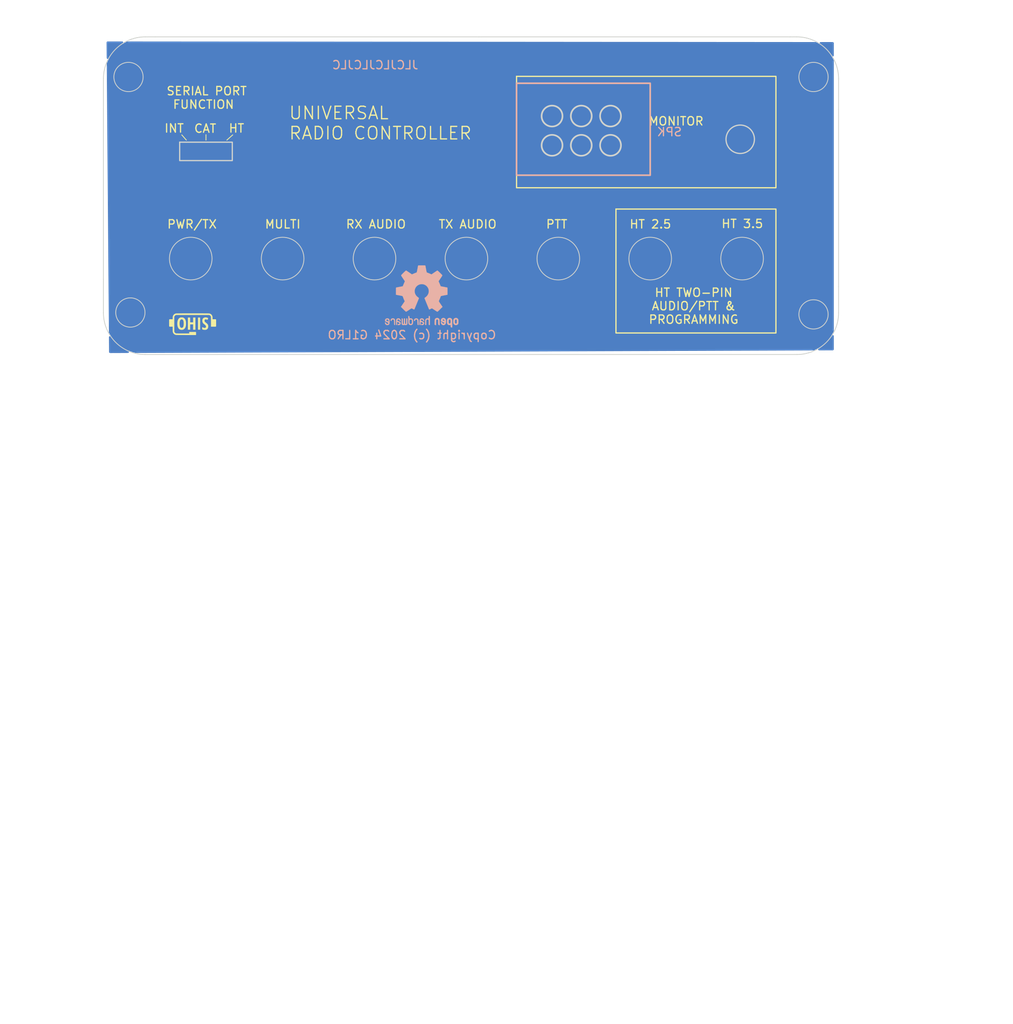
<source format=kicad_pcb>
(kicad_pcb (version 20221018) (generator pcbnew)
  (title_block (title "Universal Radio Controller Open Hardware Front Panel") (date "2024-01-03") (rev "1.0") (company "G1LRO") (comment 1 "MIT License") (comment 2 "Copyright (c) 2024 G1LRO") (comment 3 "Licence terms: https://github.com/G1LRO/universal-radio-controller/blob/main/LICENSE"))
  (layers (0 "F.Cu" signal) (31 "B.Cu" signal) (34 "B.Paste" user) (35 "F.Paste" user) (36 "B.SilkS" user "B.Silkscreen") (37 "F.SilkS" user "F.Silkscreen") (38 "B.Mask" user) (39 "F.Mask" user) (44 "Edge.Cuts" user))
  (net 0 "")
  (footprint "LOGO" (layer "F.Cu") (at 66.637757 91.550704)
    (fp_text reference "G***" hide)
    (fp_text value "LOGO" hide)
    (fp_poly (pts (xy 0.936405 0.00532) (xy 0.936405 0.734227) (xy 0.808714 0.734227) (xy 0.681022 0.734227) (xy 0.681022 0.00532) (xy 0.681022 -0.723587) (xy 0.808714 -0.723587) (xy 0.936405 -0.723587)) (fill solid) (layer "F.SilkS"))
    (fp_poly (pts (xy -0.255384 -0.43628) (xy -0.255384 -0.148974) (xy -0.079808 -0.148974) (xy 0.095768 -0.148974) (xy 0.095768 -0.43628) (xy 0.095768 -0.723587) (xy 0.234101 -0.723587) (xy 0.372434 -0.723587) (xy 0.372434 0.00532) (xy 0.372434 0.734227) (xy 0.234101 0.734227) (xy 0.095768 0.734227) (xy 0.095768 0.414997) (xy 0.095768 0.095768) (xy -0.079808 0.095768) (xy -0.255384 0.095768) (xy -0.255384 0.414997) (xy -0.255384 0.734227) (xy -0.393716 0.734227) (xy -0.532049 0.734227) (xy -0.532049 0.00532) (xy -0.532049 -0.723587) (xy -0.393716 -0.723587) (xy -0.255384 -0.723587)) (fill solid) (layer "F.SilkS"))
    (fp_poly (pts (xy 1.660268 -0.738552) (xy 1.75816 -0.716538) (xy 1.843338 -0.684387) (xy 1.874634 -0.668397) (xy 1.895418 -0.653985) (xy 1.901112 -0.644764) (xy 1.889905 -0.617047) (xy 1.874892 -0.580618) (xy 1.858126 -0.540363) (xy 1.841657 -0.501167) (xy 1.827537 -0.467918) (xy 1.817818 -0.445501) (xy 1.814579 -0.43864) (xy 1.804482 -0.441367) (xy 1.781196 -0.451501) (xy 1.758788 -0.462361) (xy 1.686 -0.492021) (xy 1.621437 -0.504553) (xy 1.566445 -0.500483) (xy 1.522371 -0.480335) (xy 1.490564 -0.444635) (xy 1.472369 -0.393908) (xy 1.468454 -0.349155) (xy 1.470299 -0.307898) (xy 1.477234 -0.272467) (xy 1.491355 -0.240063) (xy 1.514759 -0.207886) (xy 1.549544 -0.173134) (xy 1.597806 -0.133009) (xy 1.661642 -0.08471) (xy 1.672472 -0.076748) (xy 1.758477 -0.005965) (xy 1.82421 0.066283) (xy 1.870671 0.142111) (xy 1.898858 0.223632) (xy 1.909772 0.312959) (xy 1.904412 0.412205) (xy 1.904279 0.413261) (xy 1.883752 0.507623) (xy 1.848061 0.587462) (xy 1.797431 0.65244) (xy 1.73209 0.70222) (xy 1.70002 0.718646) (xy 1.665052 0.733043) (xy 1.632637 0.74237) (xy 1.595832 0.747922) (xy 1.547696 0.750991) (xy 1.521659 0.751873) (xy 1.448414 0.751588) (xy 1.383628 0.746708) (xy 1.344137 0.740155) (xy 1.299035 0.728116) (xy 1.253714 0.713208) (xy 1.229747 0.703716) (xy 1.181148 0.682218) (xy 1.181148 0.548474) (xy 1.181148 0.41473) (xy 1.255984 0.452417) (xy 1.342385 0.490019) (xy 1.419899 0.511875) (xy 1.487437 0.518257) (xy 1.543906 0.509436) (xy 1.588218 0.485683) (xy 1.619282 0.44727) (xy 1.636008 0.39447) (xy 1.638709 0.3571) (xy 1.633672 0.312952) (xy 1.617475 0.269871) (xy 1.588493 0.225789) (xy 1.545099 0.178639) (xy 1.485668 0.126355) (xy 1.412955 0.070106) (xy 1.351361 0.020873) (xy 1.304847 -0.025733) (xy 1.268773 -0.075093) (xy 1.238836 -0.13185) (xy 1.210936 -0.214835) (xy 1.19764 -0.305871) (xy 1.199033 -0.398587) (xy 1.215196 -0.48661) (xy 1.233559 -0.538054) (xy 1.275667 -0.608692) (xy 1.332016 -0.665073) (xy 1.400627 -0.706724) (xy 1.479524 -0.733171) (xy 1.56673 -0.743938)) (fill solid) (layer "F.SilkS"))
    (fp_poly (pts (xy -1.213529 -0.739237) (xy -1.171548 -0.737797) (xy -1.140459 -0.734464) (xy -1.11507 -0.728479) (xy -1.090189 -0.719078) (xy -1.070161 -0.709996) (xy -0.991259 -0.66463) (xy -0.925818 -0.607663) (xy -0.871401 -0.536349) (xy -0.825568 -0.447935) (xy -0.81489 -0.422143) (xy -0.792548 -0.360074) (xy -0.775856 -0.29892) (xy -0.76414 -0.234077) (xy -0.75672 -0.160941) (xy -0.75292 -0.074906) (xy -0.752032 0.00532) (xy -0.753894 0.11326) (xy -0.760227 0.204815) (xy -0.771833 0.284562) (xy -0.789515 0.357079) (xy -0.814075 0.426943) (xy -0.833932 0.472723) (xy -0.885662 0.561015) (xy -0.951163 0.634121) (xy -1.028357 0.691055) (xy -1.115167 0.73083) (xy -1.209513 0.752463) (xy -1.309318 0.754968) (xy -1.399288 0.740743) (xy -1.484062 0.711106) (xy -1.55862 0.664953) (xy -1.612747 0.615597) (xy -1.67419 0.536268) (xy -1.723649 0.440109) (xy -1.760839 0.328067) (xy -1.785473 0.201092) (xy -1.797267 0.060133) (xy -1.798325 0) (xy -1.796611 -0.038106) (xy -1.519469 -0.038106) (xy -1.518298 0.061775) (xy -1.510351 0.159481) (xy -1.495757 0.251063) (xy -1.474646 0.332574) (xy -1.447144 0.400065) (xy -1.427385 0.432527) (xy -1.389001 0.474502) (xy -1.345105 0.499045) (xy -1.290836 0.508345) (xy -1.259573 0.50803) (xy -1.215151 0.503199) (xy -1.182592 0.492408) (xy -1.156649 0.475848) (xy -1.114491 0.432069) (xy -1.080994 0.371323) (xy -1.055992 0.293002) (xy -1.039322 0.196496) (xy -1.030817 0.081195) (xy -1.029562 0.00532) (xy -1.032093 -0.105956) (xy -1.039694 -0.199199) (xy -1.052767 -0.27714) (xy -1.071712 -0.342509) (xy -1.085577 -0.375799) (xy -1.123246 -0.435538) (xy -1.169765 -0.477582) (xy -1.222101 -0.501894) (xy -1.277223 -0.508436) (xy -1.332098 -0.49717) (xy -1.383694 -0.468057) (xy -1.428979 -0.421059) (xy -1.453837 -0.380424) (xy -1.48105 -0.311321) (xy -1.500974 -0.228601) (xy -1.513738 -0.136214) (xy -1.519469 -0.038106) (xy -1.796611 -0.038106) (xy -1.791727 -0.146679) (xy -1.772105 -0.278874) (xy -1.739711 -0.396019) (xy -1.694798 -0.497548) (xy -1.637622 -0.582894) (xy -1.568435 -0.651491) (xy -1.487491 -0.702772) (xy -1.482448 -0.7052) (xy -1.451681 -0.719316) (xy -1.426189 -0.728918) (xy -1.40064 -0.734874) (xy -1.369703 -0.738052) (xy -1.328048 -0.73932) (xy -1.271596 -0.739548)) (fill solid) (layer "F.SilkS"))
    (fp_poly (pts (xy 0.16894 -1.224074) (xy 0.348307 -1.223969) (xy 0.52541 -1.22378) (xy 0.698942 -1.223505) (xy 0.867594 -1.223146) (xy 1.030059 -1.222701) (xy 1.185027 -1.222172) (xy 1.331192 -1.221558) (xy 1.467245 -1.220858) (xy 1.591877 -1.220074) (xy 1.703782 -1.219205) (xy 1.80165 -1.21825) (xy 1.884174 -1.217211) (xy 1.950045 -1.216087) (xy 1.997956 -1.214878) (xy 2.026599 -1.213584) (xy 2.033587 -1.212851) (xy 2.127052 -1.184942) (xy 2.212332 -1.139344) (xy 2.286306 -1.078337) (xy 2.34585 -1.004201) (xy 2.365362 -0.97055) (xy 2.389343 -0.919628) (xy 2.406388 -0.870088) (xy 2.417512 -0.816647) (xy 2.423728 -0.754022) (xy 2.42605 -0.676932) (xy 2.426141 -0.653896) (xy 2.426141 -0.521408) (xy 2.617679 -0.521408) (xy 2.686403 -0.52125) (xy 2.737076 -0.520562) (xy 2.772927 -0.51902) (xy 2.797187 -0.516302) (xy 2.813085 -0.512084) (xy 2.823852 -0.506044) (xy 2.830498 -0.500126) (xy 2.835944 -0.493945) (xy 2.840373 -0.485982) (xy 2.843889 -0.474137) (xy 2.846598 -0.456309) (xy 2.848605 -0.430398) (xy 2.850014 -0.394305) (xy 2.850931 -0.34593) (xy 2.851461 -0.283172) (xy 2.851708 -0.203932) (xy 2.851778 -0.106109) (xy 2.85178 -0.074487) (xy 2.851741 0.029024) (xy 2.851555 0.113354) (xy 2.851117 0.180602) (xy 2.850321 0.232868) (xy 2.849063 0.272253) (xy 2.847238 0.300855) (xy 2.84474 0.320776) (xy 2.841465 0.334114) (xy 2.837307 0.342972) (xy 2.832162 0.349447) (xy 2.830498 0.351152) (xy 2.823157 0.357512) (xy 2.813681 0.362462) (xy 2.799526 0.366179) (xy 2.778143 0.368839) (xy 2.746988 0.370617) (xy 2.703514 0.371688) (xy 2.645173 0.37223) (xy 2.569421 0.372418) (xy 2.522328 0.372434) (xy 2.235439 0.372434) (xy 2.232361 -0.226121) (xy 2.231666 -0.354629) (xy 2.230966 -0.463595) (xy 2.2302 -0.554756) (xy 2.229303 -0.629852) (xy 2.228214 -0.690622) (xy 2.22687 -0.738804) (xy 2.225207 -0.776138) (xy 2.223164 -0.804361) (xy 2.220677 -0.825214) (xy 2.217683 -0.840435) (xy 2.21412 -0.851763) (xy 2.209924 -0.860937) (xy 2.209405 -0.861919) (xy 2.175485 -0.91714) (xy 2.138736 -0.957744) (xy 2.093126 -0.990153) (xy 2.084249 -0.995204) (xy 2.027105 -1.026854) (xy 0.037243 -1.026854) (xy -1.952619 -1.026854) (xy -1.996613 -1.003323) (xy -2.062453 -0.95652) (xy -2.11548 -0.894967) (xy -2.131266 -0.86867) (xy -2.154797 -0.824676) (xy -2.154797 0.074486) (xy -2.154797 0.973648) (xy -2.121979 1.032174) (xy -2.080139 1.088108) (xy -2.025187 1.134309) (xy -1.963588 1.165617) (xy -1.949185 1.170161) (xy -1.930029 1.172435) (xy -1.890232 1.174465) (xy -1.830429 1.17624) (xy -1.751261 1.177753) (xy -1.653364 1.178995) (xy -1.537377 1.179957) (xy -1.403938 1.18063) (xy -1.253685 1.181006) (xy -1.141245 1.181088) (xy -0.372434 1.181147) (xy -0.372434 1.090699) (xy -0.372434 1.000251) (xy 0.035848 1.000251) (xy 0.444131 1.000251) (xy 0.449227 1.114641) (xy 0.450928 1.171534) (xy 0.45128 1.229605) (xy 0.450283 1.280019) (xy 0.449192 1.300858) (xy 0.444061 1.372685) (xy -0.743638 1.37178) (xy -0.939367 1.371577) (xy -1.114785 1.371274) (xy -1.270864 1.370861) (xy -1.408575 1.370326) (xy -1.528889 1.369658) (xy -1.632776 1.368846) (xy -1.721209 1.367879) (xy -1.795159 1.366746) (xy -1.855596 1.365436) (xy -1.903491 1.363937) (xy -1.939817 1.362238) (xy -1.965544 1.360328) (xy -1.981643 1.358197) (xy -1.984542 1.357563) (xy -2.076556 1.324209) (xy -2.158902 1.273852) (xy -2.229246 1.208939) (xy -2.285252 1.131918) (xy -2.324583 1.045237) (xy -2.340079 0.984995) (xy -2.34331 0.956603) (xy -2.346186 0.910609) (xy -2.348581 0.850693) (xy -2.350368 0.780533) (xy -2.351422 0.703808) (xy -2.351655 0.647145) (xy -2.351655 0.372434) (xy -2.543193 0.372434) (xy -2.611917 0.372276) (xy -2.662589 0.371588) (xy -2.698441 0.370046) (xy -2.722701 0.367327) (xy -2.738599 0.36311) (xy -2.749365 0.357069) (xy -2.756012 0.351152) (xy -2.761458 0.344971) (xy -2.765887 0.337008) (xy -2.769403 0.325162) (xy -2.772112 0.307334) (xy -2.774119 0.281424) (xy -2.775528 0.245331) (xy -2.776445 0.196956) (xy -2.776975 0.134198) (xy -2.777222 0.054957) (xy -2.777292 -0.042865) (xy -2.777294 -0.074487) (xy -2.777255 -0.177999) (xy -2.777069 -0.262329) (xy -2.776631 -0.329577) (xy -2.775835 -0.381843) (xy -2.774577 -0.421227) (xy -2.772752 -0.449829) (xy -2.770254 -0.46975) (xy -2.766979 -0.483089) (xy -2.762821 -0.491946) (xy -2.757676 -0.498421) (xy -2.756012 -0.500126) (xy -2.746975 -0.507745) (xy -2.735227 -0.513298) (xy -2.717538 -0.517111) (xy -2.690679 -0.519504) (xy -2.65142 -0.520802) (xy -2.596532 -0.521327) (xy -2.543193 -0.521408) (xy -2.351655 -0.521408) (xy -2.351655 -0.647647) (xy -2.35021 -0.729126) (xy -2.345203 -0.794936) (xy -2.335623 -0.850535) (xy -2.32046 -0.901382) (xy -2.298706 -0.952936) (xy -2.292974 -0.964835) (xy -2.243023 -1.043206) (xy -2.176972 -1.110166) (xy -2.097976 -1.163373) (xy -2.009186 -1.200484) (xy -1.959101 -1.212851) (xy -1.941389 -1.214191) (xy -1.903703 -1.215446) (xy -1.847351 -1.216616) (xy -1.773642 -1.217701) (xy -1.683884 -1.218701) (xy -1.579384 -1.219616) (xy -1.46145 -1.220446) (xy -1.331392 -1.221191) (xy -1.190516 -1.221851) (xy -1.040131 -1.222426) (xy -0.881545 -1.222917) (xy -0.716066 -1.223322) (xy -0.545003 -1.223642) (xy -0.369662 -1.223878) (xy -0.191353 -1.224028) (xy -0.011383 -1.224093)) (fill solid) (layer "F.SilkS"))
  )
  (footprint "Symbol:OSHW-Logo2_9.8x8mm_SilkScreen" (layer "B.Cu") (at 94.1 88.3 180)
    (fp_text reference "REF**" hide)
    (fp_text value "OSHW-Logo2_9.8x8mm_SilkScreen" hide)
    (fp_poly (pts (xy 3.570807 -2.636782) (xy 3.594161 -2.646988) (xy 3.649902 -2.691134) (xy 3.697569 -2.754967) (xy 3.727048 -2.823087) (xy 3.731846 -2.85667) (xy 3.71576 -2.903556) (xy 3.680475 -2.928365) (xy 3.642644 -2.943387) (xy 3.625321 -2.946155) (xy 3.616886 -2.926066) (xy 3.60023 -2.882351) (xy 3.592923 -2.862598) (xy 3.551948 -2.794271) (xy 3.492622 -2.760191) (xy 3.416552 -2.761239) (xy 3.410918 -2.762581) (xy 3.370305 -2.781836) (xy 3.340448 -2.819375) (xy 3.320055 -2.879809) (xy 3.307836 -2.967751) (xy 3.3025 -3.087813) (xy 3.302 -3.151698) (xy 3.301752 -3.252403) (xy 3.300126 -3.321054) (xy 3.295801 -3.364673) (xy 3.287454 -3.390282) (xy 3.273765 -3.404903) (xy 3.253411 -3.415558) (xy 3.252234 -3.416095) (xy 3.213038 -3.432667) (xy 3.193619 -3.438769) (xy 3.190635 -3.420319) (xy 3.188081 -3.369323) (xy 3.18614 -3.292308) (xy 3.184997 -3.195805) (xy 3.184769 -3.125184) (xy 3.185932 -2.988525) (xy 3.190479 -2.884851) (xy 3.199999 -2.808108) (xy 3.216081 -2.752246) (xy 3.240313 -2.711212) (xy 3.274286 -2.678954) (xy 3.307833 -2.65644) (xy 3.388499 -2.626476) (xy 3.482381 -2.619718) (xy 3.570807 -2.636782)) (stroke (width 0.01)) (fill solid) (layer "B.SilkS"))
    (fp_poly (pts (xy -1.728336 -2.595089) (xy -1.665633 -2.631358) (xy -1.622039 -2.667358) (xy -1.590155 -2.705075) (xy -1.56819 -2.751199) (xy -1.554351 -2.812421) (xy -1.546847 -2.895431) (xy -1.543883 -3.006919) (xy -1.543539 -3.087062) (xy -1.543539 -3.382065) (xy -1.709615 -3.456515) (xy -1.719385 -3.133402) (xy -1.723421 -3.012729) (xy -1.727656 -2.925141) (xy -1.732903 -2.86465) (xy -1.739975 -2.825268) (xy -1.749689 -2.801007) (xy -1.762856 -2.78588) (xy -1.767081 -2.782606) (xy -1.831091 -2.757034) (xy -1.895792 -2.767153) (xy -1.934308 -2.794) (xy -1.949975 -2.813024) (xy -1.96082 -2.837988) (xy -1.967712 -2.875834) (xy -1.971521 -2.933502) (xy -1.973117 -3.017935) (xy -1.973385 -3.105928) (xy -1.973437 -3.216323) (xy -1.975328 -3.294463) (xy -1.981655 -3.347165) (xy -1.995017 -3.381242) (xy -2.018015 -3.403511) (xy -2.053246 -3.420787) (xy -2.100303 -3.438738) (xy -2.151697 -3.458278) (xy -2.145579 -3.111485) (xy -2.143116 -2.986468) (xy -2.140233 -2.894082) (xy -2.136102 -2.827881) (xy -2.129893 -2.78142) (xy -2.120774 -2.748256) (xy -2.107917 -2.721944) (xy -2.092416 -2.698729) (xy -2.017629 -2.624569) (xy -1.926372 -2.581684) (xy -1.827117 -2.571412) (xy -1.728336 -2.595089)) (stroke (width 0.01)) (fill solid) (layer "B.SilkS"))
    (fp_poly (pts (xy 0.713362 -2.62467) (xy 0.802117 -2.657421) (xy 0.874022 -2.71535) (xy 0.902144 -2.756128) (xy 0.932802 -2.830954) (xy 0.932165 -2.885058) (xy 0.899987 -2.921446) (xy 0.888081 -2.927633) (xy 0.836675 -2.946925) (xy 0.810422 -2.941982) (xy 0.80153 -2.909587) (xy 0.801077 -2.891692) (xy 0.784797 -2.825859) (xy 0.742365 -2.779807) (xy 0.683388 -2.757564) (xy 0.617475 -2.763161) (xy 0.563895 -2.792229) (xy 0.545798 -2.80881) (xy 0.532971 -2.828925) (xy 0.524306 -2.859332) (xy 0.518696 -2.906788) (xy 0.515035 -2.97805) (xy 0.512215 -3.079875) (xy 0.511484 -3.112115) (xy 0.50882 -3.22241) (xy 0.505792 -3.300036) (xy 0.50125 -3.351396) (xy 0.494046 -3.38289) (xy 0.483033 -3.40092) (xy 0.46706 -3.411888) (xy 0.456834 -3.416733) (xy 0.413406 -3.433301) (xy 0.387842 -3.438769) (xy 0.379395 -3.420507) (xy 0.374239 -3.365296) (xy 0.372346 -3.272499) (xy 0.373689 -3.141478) (xy 0.374107 -3.121269) (xy 0.377058 -3.001733) (xy 0.380548 -2.914449) (xy 0.385514 -2.852591) (xy 0.392893 -2.809336) (xy 0.403624 -2.77786) (xy 0.418645 -2.751339) (xy 0.426502 -2.739975) (xy 0.471553 -2.689692) (xy 0.52194 -2.650581) (xy 0.528108 -2.647167) (xy 0.618458 -2.620212) (xy 0.713362 -2.62467)) (stroke (width 0.01)) (fill solid) (layer "B.SilkS"))
    (fp_poly (pts (xy -0.840154 -2.49212) (xy -0.834428 -2.57198) (xy -0.827851 -2.619039) (xy -0.818738 -2.639566) (xy -0.805402 -2.639829) (xy -0.801077 -2.637378) (xy -0.743556 -2.619636) (xy -0.668732 -2.620672) (xy -0.592661 -2.63891) (xy -0.545082 -2.662505) (xy -0.496298 -2.700198) (xy -0.460636 -2.742855) (xy -0.436155 -2.797057) (xy -0.420913 -2.869384) (xy -0.41297 -2.966419) (xy -0.410384 -3.094742) (xy -0.410338 -3.119358) (xy -0.410308 -3.39587) (xy -0.471839 -3.41732) (xy -0.515541 -3.431912) (xy -0.539518 -3.438706) (xy -0.540223 -3.438769) (xy -0.542585 -3.420345) (xy -0.544594 -3.369526) (xy -0.546099 -3.292993) (xy -0.546947 -3.19743) (xy -0.547077 -3.139329) (xy -0.547349 -3.024771) (xy -0.548748 -2.942667) (xy -0.552151 -2.886393) (xy -0.558433 -2.849326) (xy -0.568471 -2.824844) (xy -0.583139 -2.806325) (xy -0.592298 -2.797406) (xy -0.655211 -2.761466) (xy -0.723864 -2.758775) (xy -0.786152 -2.78917) (xy -0.797671 -2.800144) (xy -0.814567 -2.820779) (xy -0.826286 -2.845256) (xy -0.833767 -2.880647) (xy -0.837946 -2.934026) (xy -0.839763 -3.012466) (xy -0.840154 -3.120617) (xy -0.840154 -3.39587) (xy -0.901685 -3.41732) (xy -0.945387 -3.431912) (xy -0.969364 -3.438706) (xy -0.97007 -3.438769) (xy -0.971874 -3.420069) (xy -0.9735 -3.367322) (xy -0.974883 -3.285557) (xy -0.975958 -3.179805) (xy -0.97666 -3.055094) (xy -0.976923 -2.916455) (xy -0.976923 -2.381806) (xy -0.849923 -2.328236) (xy -0.840154 -2.49212)) (stroke (width 0.01)) (fill solid) (layer "B.SilkS"))
    (fp_poly (pts (xy 2.395929 -2.636662) (xy 2.398911 -2.688068) (xy 2.401247 -2.766192) (xy 2.402749 -2.864857) (xy 2.403231 -2.968343) (xy 2.403231 -3.318533) (xy 2.341401 -3.380363) (xy 2.298793 -3.418462) (xy 2.26139 -3.433895) (xy 2.21027 -3.432918) (xy 2.189978 -3.430433) (xy 2.126554 -3.4232) (xy 2.074095 -3.419055) (xy 2.061308 -3.418672) (xy 2.018199 -3.421176) (xy 1.956544 -3.427462) (xy 1.932638 -3.430433) (xy 1.873922 -3.435028) (xy 1.834464 -3.425046) (xy 1.795338 -3.394228) (xy 1.781215 -3.380363) (xy 1.719385 -3.318533) (xy 1.719385 -2.663503) (xy 1.76915 -2.640829) (xy 1.812002 -2.624034) (xy 1.837073 -2.618154) (xy 1.843501 -2.636736) (xy 1.849509 -2.688655) (xy 1.854697 -2.768172) (xy 1.858664 -2.869546) (xy 1.860577 -2.955192) (xy 1.865923 -3.292231) (xy 1.91256 -3.298825) (xy 1.954976 -3.294214) (xy 1.97576 -3.279287) (xy 1.98157 -3.251377) (xy 1.98653 -3.191925) (xy 1.990246 -3.108466) (xy 1.992324 -3.008532) (xy 1.992624 -2.957104) (xy 1.992923 -2.661054) (xy 2.054454 -2.639604) (xy 2.098004 -2.62502) (xy 2.121694 -2.618219) (xy 2.122377 -2.618154) (xy 2.124754 -2.636642) (xy 2.127366 -2.687906) (xy 2.129995 -2.765649) (xy 2.132421 -2.863574) (xy 2.134115 -2.955192) (xy 2.139461 -3.292231) (xy 2.256692 -3.292231) (xy 2.262072 -2.984746) (xy 2.267451 -2.677261) (xy 2.324601 -2.647707) (xy 2.366797 -2.627413) (xy 2.39177 -2.618204) (xy 2.392491 -2.618154) (xy 2.395929 -2.636662)) (stroke (width 0.01)) (fill solid) (layer "B.SilkS"))
    (fp_poly (pts (xy -3.983114 -2.587256) (xy -3.891536 -2.635409) (xy -3.823951 -2.712905) (xy -3.799943 -2.762727) (xy -3.781262 -2.837533) (xy -3.771699 -2.932052) (xy -3.770792 -3.03521) (xy -3.778079 -3.135935) (xy -3.793097 -3.223153) (xy -3.815385 -3.285791) (xy -3.822235 -3.296579) (xy -3.903368 -3.377105) (xy -3.999734 -3.425336) (xy -4.104299 -3.43945) (xy -4.210032 -3.417629) (xy -4.239457 -3.404547) (xy -4.296759 -3.364231) (xy -4.34705 -3.310775) (xy -4.351803 -3.303995) (xy -4.371122 -3.271321) (xy -4.383892 -3.236394) (xy -4.391436 -3.190414) (xy -4.395076 -3.124584) (xy -4.396135 -3.030105) (xy -4.396154 -3.008923) (xy -4.396106 -3.002182) (xy -4.200769 -3.002182) (xy -4.199632 -3.091349) (xy -4.195159 -3.15052) (xy -4.185754 -3.188741) (xy -4.169824 -3.215053) (xy -4.161692 -3.223846) (xy -4.114942 -3.257261) (xy -4.069553 -3.255737) (xy -4.02366 -3.226752) (xy -3.996288 -3.195809) (xy -3.980077 -3.150643) (xy -3.970974 -3.07942) (xy -3.970349 -3.071114) (xy -3.968796 -2.942037) (xy -3.985035 -2.846172) (xy -4.018848 -2.784107) (xy -4.070016 -2.756432) (xy -4.08828 -2.754923) (xy -4.13624 -2.762513) (xy -4.169047 -2.788808) (xy -4.189105 -2.839095) (xy -4.198822 -2.918664) (xy -4.200769 -3.002182) (xy -4.396106 -3.002182) (xy -4.395426 -2.908249) (xy -4.392371 -2.837906) (xy -4.385678 -2.789163) (xy -4.37404 -2.753288) (xy -4.356147 -2.721548) (xy -4.352192 -2.715648) (xy -4.285733 -2.636104) (xy -4.213315 -2.589929) (xy -4.125151 -2.571599) (xy -4.095213 -2.570703) (xy -3.983114 -2.587256)) (stroke (width 0.01)) (fill solid) (layer "B.SilkS"))
    (fp_poly (pts (xy 4.245224 -2.647838) (xy 4.322528 -2.698361) (xy 4.359814 -2.74359) (xy 4.389353 -2.825663) (xy 4.391699 -2.890607) (xy 4.386385 -2.977445) (xy 4.186115 -3.065103) (xy 4.088739 -3.109887) (xy 4.025113 -3.145913) (xy 3.992029 -3.177117) (xy 3.98628 -3.207436) (xy 4.004658 -3.240805) (xy 4.024923 -3.262923) (xy 4.083889 -3.298393) (xy 4.148024 -3.300879) (xy 4.206926 -3.273235) (xy 4.250197 -3.21832) (xy 4.257936 -3.198928) (xy 4.295006 -3.138364) (xy 4.337654 -3.112552) (xy 4.396154 -3.090471) (xy 4.396154 -3.174184) (xy 4.390982 -3.23115) (xy 4.370723 -3.279189) (xy 4.328262 -3.334346) (xy 4.321951 -3.341514) (xy 4.27472 -3.390585) (xy 4.234121 -3.41692) (xy 4.183328 -3.429035) (xy 4.14122 -3.433003) (xy 4.065902 -3.433991) (xy 4.012286 -3.421466) (xy 3.978838 -3.402869) (xy 3.926268 -3.361975) (xy 3.889879 -3.317748) (xy 3.86685 -3.262126) (xy 3.854359 -3.187047) (xy 3.849587 -3.084449) (xy 3.849206 -3.032376) (xy 3.850501 -2.969948) (xy 3.968471 -2.969948) (xy 3.969839 -3.003438) (xy 3.973249 -3.008923) (xy 3.995753 -3.001472) (xy 4.044182 -2.981753) (xy 4.108908 -2.953718) (xy 4.122443 -2.947692) (xy 4.204244 -2.906096) (xy 4.249312 -2.869538) (xy 4.259217 -2.835296) (xy 4.235526 -2.800648) (xy 4.21596 -2.785339) (xy 4.14536 -2.754721) (xy 4.07928 -2.75978) (xy 4.023959 -2.797151) (xy 3.985636 -2.863473) (xy 3.973349 -2.916116) (xy 3.968471 -2.969948) (xy 3.850501 -2.969948) (xy 3.85173 -2.91072) (xy 3.861032 -2.82071) (xy 3.87946 -2.755167) (xy 3.90936 -2.706912) (xy 3.95308 -2.668767) (xy 3.972141 -2.65644) (xy 4.058726 -2.624336) (xy 4.153522 -2.622316) (xy 4.245224 -2.647838)) (stroke (width 0.01)) (fill solid) (layer "B.SilkS"))
    (fp_poly (pts (xy 1.602081 -2.780289) (xy 1.601833 -2.92632) (xy 1.600872 -3.038655) (xy 1.598794 -3.122678) (xy 1.595193 -3.183769) (xy 1.589665 -3.227309) (xy 1.581804 -3.258679) (xy 1.571207 -3.283262) (xy 1.563182 -3.297294) (xy 1.496728 -3.373388) (xy 1.41247 -3.421084) (xy 1.319249 -3.438199) (xy 1.2259 -3.422546) (xy 1.170312 -3.394418) (xy 1.111957 -3.34576) (xy 1.072186 -3.286333) (xy 1.04819 -3.208507) (xy 1.037161 -3.104652) (xy 1.035599 -3.028462) (xy 1.035809 -3.022986) (xy 1.172308 -3.022986) (xy 1.173141 -3.110355) (xy 1.176961 -3.168192) (xy 1.185746 -3.206029) (xy 1.201474 -3.233398) (xy 1.220266 -3.254042) (xy 1.283375 -3.29389) (xy 1.351137 -3.297295) (xy 1.415179 -3.264025) (xy 1.420164 -3.259517) (xy 1.441439 -3.236067) (xy 1.454779 -3.208166) (xy 1.462001 -3.166641) (xy 1.464923 -3.102316) (xy 1.465385 -3.0312) (xy 1.464383 -2.941858) (xy 1.460238 -2.882258) (xy 1.451236 -2.843089) (xy 1.435667 -2.81504) (xy 1.422902 -2.800144) (xy 1.3636 -2.762575) (xy 1.295301 -2.758057) (xy 1.23011 -2.786753) (xy 1.217528 -2.797406) (xy 1.196111 -2.821063) (xy 1.182744 -2.849251) (xy 1.175566 -2.891245) (xy 1.172719 -2.956319) (xy 1.172308 -3.022986) (xy 1.035809 -3.022986) (xy 1.040322 -2.905765) (xy 1.056362 -2.813577) (xy 1.086528 -2.744269) (xy 1.133629 -2.690211) (xy 1.170312 -2.662505) (xy 1.23699 -2.632572) (xy 1.314272 -2.618678) (xy 1.38611 -2.622397) (xy 1.426308 -2.6374) (xy 1.442082 -2.64167) (xy 1.45255 -2.62575) (xy 1.459856 -2.583089) (xy 1.465385 -2.518106) (xy 1.471437 -2.445732) (xy 1.479844 -2.402187) (xy 1.495141 -2.377287) (xy 1.521864 -2.360845) (xy 1.538654 -2.353564) (xy 1.602154 -2.326963) (xy 1.602081 -2.780289)) (stroke (width 0.01)) (fill solid) (layer "B.SilkS"))
    (fp_poly (pts (xy -2.465746 -2.599745) (xy -2.388714 -2.651567) (xy -2.329184 -2.726412) (xy -2.293622 -2.821654) (xy -2.286429 -2.891756) (xy -2.287246 -2.921009) (xy -2.294086 -2.943407) (xy -2.312888 -2.963474) (xy -2.349592 -2.985733) (xy -2.410138 -3.014709) (xy -2.500466 -3.054927) (xy -2.500923 -3.055129) (xy -2.584067 -3.09321) (xy -2.652247 -3.127025) (xy -2.698495 -3.152933) (xy -2.715842 -3.167295) (xy -2.715846 -3.167411) (xy -2.700557 -3.198685) (xy -2.664804 -3.233157) (xy -2.623758 -3.25799) (xy -2.602963 -3.262923) (xy -2.54623 -3.245862) (xy -2.497373 -3.203133) (xy -2.473535 -3.156155) (xy -2.450603 -3.121522) (xy -2.405682 -3.082081) (xy -2.352877 -3.048009) (xy -2.30629 -3.02948) (xy -2.296548 -3.028462) (xy -2.285582 -3.045215) (xy -2.284921 -3.088039) (xy -2.29298 -3.145781) (xy -2.308173 -3.207289) (xy -2.328914 -3.261409) (xy -2.329962 -3.26351) (xy -2.392379 -3.35066) (xy -2.473274 -3.409939) (xy -2.565144 -3.439034) (xy -2.660487 -3.435634) (xy -2.751802 -3.397428) (xy -2.755862 -3.394741) (xy -2.827694 -3.329642) (xy -2.874927 -3.244705) (xy -2.901066 -3.133021) (xy -2.904574 -3.101643) (xy -2.910787 -2.953536) (xy -2.903339 -2.884468) (xy -2.715846 -2.884468) (xy -2.71341 -2.927552) (xy -2.700086 -2.940126) (xy -2.666868 -2.930719) (xy -2.614506 -2.908483) (xy -2.555976 -2.88061) (xy -2.554521 -2.879872) (xy -2.504911 -2.853777) (xy -2.485 -2.836363) (xy -2.48991 -2.818107) (xy -2.510584 -2.79412) (xy -2.563181 -2.759406) (xy -2.619823 -2.756856) (xy -2.670631 -2.782119) (xy -2.705724 -2.830847) (xy -2.715846 -2.884468) (xy -2.903339 -2.884468) (xy -2.898008 -2.835036) (xy -2.865222 -2.741055) (xy -2.819579 -2.675215) (xy -2.737198 -2.608681) (xy -2.646454 -2.575676) (xy -2.553815 -2.573573) (xy -2.465746 -2.599745)) (stroke (width 0.01)) (fill solid) (layer "B.SilkS"))
    (fp_poly (pts (xy 0.053501 -2.626303) (xy 0.13006 -2.654733) (xy 0.130936 -2.655279) (xy 0.178285 -2.690127) (xy 0.213241 -2.730852) (xy 0.237825 -2.783925) (xy 0.254062 -2.855814) (xy 0.263975 -2.952992) (xy 0.269586 -3.081928) (xy 0.270077 -3.100298) (xy 0.277141 -3.377287) (xy 0.217695 -3.408028) (xy 0.174681 -3.428802) (xy 0.14871 -3.438646) (xy 0.147509 -3.438769) (xy 0.143014 -3.420606) (xy 0.139444 -3.371612) (xy 0.137248 -3.300031) (xy 0.136769 -3.242068) (xy 0.136758 -3.14817) (xy 0.132466 -3.089203) (xy 0.117503 -3.061079) (xy 0.085482 -3.059706) (xy 0.030014 -3.080998) (xy -0.053731 -3.120136) (xy -0.115311 -3.152643) (xy -0.146983 -3.180845) (xy -0.156294 -3.211582) (xy -0.156308 -3.213104) (xy -0.140943 -3.266054) (xy -0.095453 -3.29466) (xy -0.025834 -3.298803) (xy 0.024313 -3.298084) (xy 0.050754 -3.312527) (xy 0.067243 -3.347218) (xy 0.076733 -3.391416) (xy 0.063057 -3.416493) (xy 0.057907 -3.420082) (xy 0.009425 -3.434496) (xy -0.058469 -3.436537) (xy -0.128388 -3.426983) (xy -0.177932 -3.409522) (xy -0.24643 -3.351364) (xy -0.285366 -3.270408) (xy -0.293077 -3.20716) (xy -0.287193 -3.150111) (xy -0.265899 -3.103542) (xy -0.223735 -3.062181) (xy -0.155241 -3.020755) (xy -0.054956 -2.973993) (xy -0.048846 -2.97135) (xy 0.04149 -2.929617) (xy 0.097235 -2.895391) (xy 0.121129 -2.864635) (xy 0.115913 -2.833311) (xy 0.084328 -2.797383) (xy 0.074883 -2.789116) (xy 0.011617 -2.757058) (xy -0.053936 -2.758407) (xy -0.111028 -2.789838) (xy -0.148907 -2.848024) (xy -0.152426 -2.859446) (xy -0.1867 -2.914837) (xy -0.230191 -2.941518) (xy -0.293077 -2.96796) (xy -0.293077 -2.899548) (xy -0.273948 -2.80011) (xy -0.217169 -2.708902) (xy -0.187622 -2.678389) (xy -0.120458 -2.639228) (xy -0.035044 -2.6215) (xy 0.053501 -2.626303)) (stroke (width 0.01)) (fill solid) (layer "B.SilkS"))
    (fp_poly (pts (xy -3.231114 -2.584505) (xy -3.156461 -2.621727) (xy -3.090569 -2.690261) (xy -3.072423 -2.715648) (xy -3.052655 -2.748866) (xy -3.039828 -2.784945) (xy -3.03249 -2.833098) (xy -3.029187 -2.902536) (xy -3.028462 -2.994206) (xy -3.031737 -3.11983) (xy -3.043123 -3.214154) (xy -3.064959 -3.284523) (xy -3.099581 -3.338286) (xy -3.14933 -3.382788) (xy -3.152986 -3.385423) (xy -3.202015 -3.412377) (xy -3.261055 -3.425712) (xy -3.336141 -3.429) (xy -3.458205 -3.429) (xy -3.458256 -3.547497) (xy -3.459392 -3.613492) (xy -3.466314 -3.652202) (xy -3.484402 -3.675419) (xy -3.519038 -3.694933) (xy -3.527355 -3.69892) (xy -3.56628 -3.717603) (xy -3.596417 -3.729403) (xy -3.618826 -3.730422) (xy -3.634567 -3.716761) (xy -3.644698 -3.684522) (xy -3.650277 -3.629804) (xy -3.652365 -3.548711) (xy -3.652019 -3.437344) (xy -3.6503 -3.291802) (xy -3.649763 -3.248269) (xy -3.647828 -3.098205) (xy -3.646096 -3.000042) (xy -3.458308 -3.000042) (xy -3.457252 -3.083364) (xy -3.452562 -3.13788) (xy -3.441949 -3.173837) (xy -3.423128 -3.201482) (xy -3.41035 -3.214965) (xy -3.35811 -3.254417) (xy -3.311858 -3.257628) (xy -3.264133 -3.225049) (xy -3.262923 -3.223846) (xy -3.243506 -3.198668) (xy -3.231693 -3.164447) (xy -3.225735 -3.111748) (xy -3.22388 -3.031131) (xy -3.223846 -3.013271) (xy -3.22833 -2.902175) (xy -3.242926 -2.825161) (xy -3.26935 -2.778147) (xy -3.309317 -2.75705) (xy -3.332416 -2.754923) (xy -3.387238 -2.7649) (xy -3.424842 -2.797752) (xy -3.447477 -2.857857) (xy -3.457394 -2.949598) (xy -3.458308 -3.000042) (xy -3.646096 -3.000042) (xy -3.645778 -2.98206) (xy -3.643127 -2.894679) (xy -3.639394 -2.830905) (xy -3.634093 -2.785582) (xy -3.626742 -2.753555) (xy -3.616857 -2.729668) (xy -3.603954 -2.708764) (xy -3.598421 -2.700898) (xy -3.525031 -2.626595) (xy -3.43224 -2.584467) (xy -3.324904 -2.572722) (xy -3.231114 -2.584505)) (stroke (width 0.01)) (fill solid) (layer "B.SilkS"))
    (fp_poly (pts (xy 2.887333 -2.633528) (xy 2.94359 -2.659117) (xy 2.987747 -2.690124) (xy 3.020101 -2.724795) (xy 3.042438 -2.76952) (xy 3.056546 -2.830692) (xy 3.064211 -2.914701) (xy 3.06722 -3.02794) (xy 3.067538 -3.102509) (xy 3.067538 -3.39342) (xy 3.017773 -3.416095) (xy 2.978576 -3.432667) (xy 2.959157 -3.438769) (xy 2.955442 -3.42061) (xy 2.952495 -3.371648) (xy 2.950691 -3.300153) (xy 2.950308 -3.243385) (xy 2.948661 -3.161371) (xy 2.944222 -3.096309) (xy 2.93774 -3.056467) (xy 2.93259 -3.048) (xy 2.897977 -3.056646) (xy 2.84364 -3.078823) (xy 2.780722 -3.108886) (xy 2.720368 -3.141192) (xy 2.673721 -3.170098) (xy 2.651926 -3.189961) (xy 2.651839 -3.190175) (xy 2.653714 -3.226935) (xy 2.670525 -3.262026) (xy 2.700039 -3.290528) (xy 2.743116 -3.300061) (xy 2.779932 -3.29895) (xy 2.832074 -3.298133) (xy 2.859444 -3.310349) (xy 2.875882 -3.342624) (xy 2.877955 -3.34871) (xy 2.885081 -3.394739) (xy 2.866024 -3.422687) (xy 2.816353 -3.436007) (xy 2.762697 -3.43847) (xy 2.666142 -3.42021) (xy 2.616159 -3.394131) (xy 2.554429 -3.332868) (xy 2.52169 -3.25767) (xy 2.518753 -3.178211) (xy 2.546424 -3.104167) (xy 2.588047 -3.057769) (xy 2.629604 -3.031793) (xy 2.694922 -2.998907) (xy 2.771038 -2.965557) (xy 2.783726 -2.960461) (xy 2.867333 -2.923565) (xy 2.91553 -2.891046) (xy 2.93103 -2.858718) (xy 2.91655 -2.822394) (xy 2.891692 -2.794) (xy 2.832939 -2.759039) (xy 2.768293 -2.756417) (xy 2.709008 -2.783358) (xy 2.666339 -2.837088) (xy 2.660739 -2.85095) (xy 2.628133 -2.901936) (xy 2.58053 -2.939787) (xy 2.520461 -2.97085) (xy 2.520461 -2.882768) (xy 2.523997 -2.828951) (xy 2.539156 -2.786534) (xy 2.572768 -2.741279) (xy 2.605035 -2.70642) (xy 2.655209 -2.657062) (xy 2.694193 -2.630547) (xy 2.736064 -2.619911) (xy 2.78346 -2.618154) (xy 2.887333 -2.633528)) (stroke (width 0.01)) (fill solid) (layer "B.SilkS"))
    (fp_poly (pts (xy 0.139878 3.712224) (xy 0.245612 3.711645) (xy 0.322132 3.710078) (xy 0.374372 3.707028) (xy 0.407263 3.702004) (xy 0.425737 3.694511) (xy 0.434727 3.684056) (xy 0.439163 3.670147) (xy 0.439594 3.668346) (xy 0.446333 3.635855) (xy 0.458808 3.571748) (xy 0.475719 3.482849) (xy 0.495771 3.375981) (xy 0.517664 3.257967) (xy 0.518429 3.253822) (xy 0.540359 3.138169) (xy 0.560877 3.035986) (xy 0.578659 2.953402) (xy 0.592381 2.896544) (xy 0.600718 2.871542) (xy 0.601116 2.871099) (xy 0.625677 2.85889) (xy 0.676315 2.838544) (xy 0.742095 2.814455) (xy 0.742461 2.814326) (xy 0.825317 2.783182) (xy 0.923 2.743509) (xy 1.015077 2.703619) (xy 1.019434 2.701647) (xy 1.169407 2.63358) (xy 1.501498 2.860361) (xy 1.603374 2.929496) (xy 1.695657 2.991303) (xy 1.773003 3.042267) (xy 1.830064 3.078873) (xy 1.861495 3.097606) (xy 1.864479 3.098996) (xy 1.887321 3.09281) (xy 1.929982 3.062965) (xy 1.994128 3.008053) (xy 2.081421 2.926666) (xy 2.170535 2.840078) (xy 2.256441 2.754753) (xy 2.333327 2.676892) (xy 2.396564 2.611303) (xy 2.441523 2.562795) (xy 2.463576 2.536175) (xy 2.464396 2.534805) (xy 2.466834 2.516537) (xy 2.45765 2.486705) (xy 2.434574 2.441279) (xy 2.395337 2.37623) (xy 2.33767 2.28753) (xy 2.260795 2.173343) (xy 2.19257 2.072838) (xy 2.131582 1.982697) (xy 2.081356 1.908151) (xy 2.045416 1.854435) (xy 2.027287 1.826782) (xy 2.026146 1.824905) (xy 2.028359 1.79841) (xy 2.045138 1.746914) (xy 2.073142 1.680149) (xy 2.083122 1.658828) (xy 2.126672 1.563841) (xy 2.173134 1.456063) (xy 2.210877 1.362808) (xy 2.238073 1.293594) (xy 2.259675 1.240994) (xy 2.272158 1.213503) (xy 2.273709 1.211384) (xy 2.296668 1.207876) (xy 2.350786 1.198262) (xy 2.428868 1.183911) (xy 2.523719 1.166193) (xy 2.628143 1.146475) (xy 2.734944 1.126126) (xy 2.836926 1.106514) (xy 2.926894 1.089009) (xy 2.997653 1.074978) (xy 3.042006 1.065791) (xy 3.052885 1.063193) (xy 3.064122 1.056782) (xy 3.072605 1.042303) (xy 3.078714 1.014867) (xy 3.082832 0.969589) (xy 3.085341 0.90158) (xy 3.086621 0.805953) (xy 3.087054 0.67782) (xy 3.087077 0.625299) (xy 3.087077 0.198155) (xy 2.9845 0.177909) (xy 2.927431 0.16693) (xy 2.842269 0.150905) (xy 2.739372 0.131767) (xy 2.629096 0.111449) (xy 2.598615 0.105868) (xy 2.496855 0.086083) (xy 2.408205 0.066627) (xy 2.340108 0.049303) (xy 2.300004 0.035912) (xy 2.293323 0.031921) (xy 2.276919 0.003658) (xy 2.253399 -0.051109) (xy 2.227316 -0.121588) (xy 2.222142 -0.136769) (xy 2.187956 -0.230896) (xy 2.145523 -0.337101) (xy 2.103997 -0.432473) (xy 2.103792 -0.432916) (xy 2.03464 -0.582525) (xy 2.489512 -1.251617) (xy 2.1975 -1.544116) (xy 2.10918 -1.63117) (xy 2.028625 -1.707909) (xy 1.96036 -1.770237) (xy 1.908908 -1.814056) (xy 1.878794 -1.83527) (xy 1.874474 -1.836616) (xy 1.849111 -1.826016) (xy 1.797358 -1.796547) (xy 1.724868 -1.751705) (xy 1.637294 -1.694984) (xy 1.542612 -1.631462) (xy 1.446516 -1.566668) (xy 1.360837 -1.510287) (xy 1.291016 -1.465788) (xy 1.242494 -1.436639) (xy 1.220782 -1.426308) (xy 1.194293 -1.43505) (xy 1.144062 -1.458087) (xy 1.080451 -1.490631) (xy 1.073708 -1.494249) (xy 0.988046 -1.53721) (xy 0.929306 -1.558279) (xy 0.892772 -1.558503) (xy 0.873731 -1.538928) (xy 0.87362 -1.538654) (xy 0.864102 -1.515472) (xy 0.841403 -1.460441) (xy 0.807282 -1.377822) (xy 0.7635 -1.271872) (xy 0.711816 -1.146852) (xy 0.653992 -1.00702) (xy 0.597991 -0.871637) (xy 0.536447 -0.722234) (xy 0.479939 -0.583832) (xy 0.430161 -0.460673) (xy 0.388806 -0.357002) (xy 0.357568 -0.277059) (xy 0.338141 -0.225088) (xy 0.332154 -0.205692) (xy 0.347168 -0.183443) (xy 0.386439 -0.147982) (xy 0.438807 -0.108887) (xy 0.587941 0.014755) (xy 0.704511 0.156478) (xy 0.787118 0.313296) (xy 0.834366 0.482225) (xy 0.844857 0.660278) (xy 0.837231 0.742461) (xy 0.795682 0.912969) (xy 0.724123 1.063541) (xy 0.626995 1.192691) (xy 0.508734 1.298936) (xy 0.37378 1.38079) (xy 0.226571 1.436768) (xy 0.071544 1.465385) (xy -0.086861 1.465156) (xy -0.244206 1.434595) (xy -0.396054 1.372218) (xy -0.537965 1.27654) (xy -0.597197 1.222428) (xy -0.710797 1.08348) (xy -0.789894 0.931639) (xy -0.835014 0.771333) (xy -0.846684 0.606988) (xy -0.825431 0.443029) (xy -0.77178 0.283882) (xy -0.68626 0.133975) (xy -0.569395 -0.002267) (xy -0.438807 -0.108887) (xy -0.384412 -0.149642) (xy -0.345986 -0.184718) (xy -0.332154 -0.205726) (xy -0.339397 -0.228635) (xy -0.359995 -0.283365) (xy -0.392254 -0.365672) (xy -0.434479 -0.471315) (xy -0.484977 -0.59605) (xy -0.542052 -0.735636) (xy -0.598146 -0.87167) (xy -0.660033 -1.021201) (xy -0.717356 -1.159767) (xy -0.768356 -1.283107) (xy -0.811273 -1.386964) (xy -0.844347 -1.46708) (xy -0.865819 -1.519195) (xy -0.873775 -1.538654) (xy -0.892571 -1.558423) (xy -0.928926 -1.558365) (xy -0.987521 -1.537441) (xy -1.073032 -1.494613) (xy -1.073708 -1.494249) (xy -1.138093 -1.461012) (xy -1.190139 -1.436802) (xy -1.219488 -1.426404) (xy -1.220783 -1.426308) (xy -1.242876 -1.436855) (xy -1.291652 -1.466184) (xy -1.361669 -1.510827) (xy -1.447486 -1.567314) (xy -1.542612 -1.631462) (xy -1.63946 -1.696411) (xy -1.726747 -1.752896) (xy -1.798819 -1.797421) (xy -1.850023 -1.82649) (xy -1.874474 -1.836616) (xy -1.89699 -1.823307) (xy -1.942258 -1.786112) (xy -2.005756 -1.729128) (xy -2.082961 -1.656449) (xy -2.169349 -1.572171) (xy -2.197601 -1.544016) (xy -2.489713 -1.251416) (xy -2.267369 -0.925104) (xy -2.199798 -0.824897) (xy -2.140493 -0.734963) (xy -2.092783 -0.66051) (xy -2.059993 -0.606751) (xy -2.045452 -0.578894) (xy -2.045026 -0.576912) (xy -2.052692 -0.550655) (xy -2.073311 -0.497837) (xy -2.103315 -0.42731) (xy -2.124375 -0.380093) (xy -2.163752 -0.289694) (xy -2.200835 -0.198366) (xy -2.229585 -0.1212) (xy -2.237395 -0.097692) (xy -2.259583 -0.034916) (xy -2.281273 0.013589) (xy -2.293187 0.031921) (xy -2.319477 0.043141) (xy -2.376858 0.059046) (xy -2.457882 0.077833) (xy -2.555105 0.097701) (xy -2.598615 0.105868) (xy -2.709104 0.126171) (xy -2.815084 0.14583) (xy -2.906199 0.162912) (xy -2.972092 0.175482) (xy -2.9845 0.177909) (xy -3.087077 0.198155) (xy -3.087077 0.625299) (xy -3.086847 0.765754) (xy -3.085901 0.872021) (xy -3.083859 0.948987) (xy -3.080338 1.00154) (xy -3.074957 1.034567) (xy -3.067334 1.052955) (xy -3.057088 1.061592) (xy -3.052885 1.063193) (xy -3.02753 1.068873) (xy -2.971516 1.080205) (xy -2.892036 1.095821) (xy -2.796288 1.114353) (xy -2.691467 1.134431) (xy -2.584768 1.154688) (xy -2.483387 1.173754) (xy -2.394521 1.190261) (xy -2.325363 1.202841) (xy -2.283111 1.210125) (xy -2.27371 1.211384) (xy -2.265193 1.228237) (xy -2.24634 1.27313) (xy -2.220676 1.33757) (xy -2.210877 1.362808) (xy -2.171352 1.460314) (xy -2.124808 1.568041) (xy -2.083123 1.658828) (xy -2.05245 1.728247) (xy -2.032044 1.78529) (xy -2.025232 1.820223) (xy -2.026318 1.824905) (xy -2.040715 1.847009) (xy -2.073588 1.896169) (xy -2.12141 1.967152) (xy -2.180652 2.054722) (xy -2.247785 2.153643) (xy -2.261059 2.17317) (xy -2.338954 2.28886) (xy -2.396213 2.376956) (xy -2.435119 2.441514) (xy -2.457956 2.486589) (xy -2.467006 2.516237) (xy -2.464552 2.534515) (xy -2.464489 2.534631) (xy -2.445173 2.558639) (xy -2.402449 2.605053) (xy -2.340949 2.669063) (xy -2.265302 2.745855) (xy -2.180139 2.830618) (xy -2.170535 2.840078) (xy -2.06321 2.944011) (xy -1.980385 3.020325) (xy -1.920395 3.070429) (xy -1.881577 3.09573) (xy -1.86448 3.098996) (xy -1.839527 3.08475) (xy -1.787745 3.051844) (xy -1.71448 3.003792) (xy -1.62508 2.94411) (xy -1.524889 2.876312) (xy -1.501499 2.860361) (xy -1.169407 2.63358) (xy -1.019435 2.701647) (xy -0.92823 2.741315) (xy -0.830331 2.781209) (xy -0.746169 2.813017) (xy -0.742462 2.814326) (xy -0.676631 2.838424) (xy -0.625884 2.8588) (xy -0.601158 2.871064) (xy -0.601116 2.871099) (xy -0.593271 2.893266) (xy -0.579934 2.947783) (xy -0.56243 3.02852) (xy -0.542083 3.12935) (xy -0.520218 3.244144) (xy -0.518429 3.253822) (xy -0.496496 3.372096) (xy -0.47636 3.479458) (xy -0.45932 3.569083) (xy -0.446672 3.634149) (xy -0.439716 3.667832) (xy -0.439594 3.668346) (xy -0.435361 3.682675) (xy -0.427129 3.693493) (xy -0.409967 3.701294) (xy -0.378942 3.706571) (xy -0.329122 3.709818) (xy -0.255576 3.711528) (xy -0.153371 3.712193) (xy -0.017575 3.712307) (xy 0 3.712308) (xy 0.139878 3.712224)) (stroke (width 0.01)) (fill solid) (layer "B.SilkS"))
  )
  (gr_rect (start 105.45 62.8) (end 121.45 73.8) (stroke (width 0.2)) (fill none) (layer "B.SilkS"))
  (gr_rect (start 105.45 61.975) (end 136.5 75.3) (stroke (width 0.15)) (fill none) (layer "F.SilkS"))
  (gr_line (start 68.275 69.6) (end 68.275 68.95) (stroke (width 0.1)) (layer "F.SilkS"))
  (gr_line (start 65.375 68.975) (end 65.925 69.6) (stroke (width 0.1)) (layer "F.SilkS"))
  (gr_rect (start 117.35 77.85) (end 136.5 92.675) (stroke (width 0.15)) (fill none) (layer "F.SilkS"))
  (gr_line (start 70.775 69.6) (end 71.475 68.975) (stroke (width 0.1)) (layer "F.SilkS"))
  (gr_line (start 56 90.264466) (end 56 86.25) (stroke (width 0.1)) (layer "Edge.Cuts"))
  (gr_line (start 56 65.875) (end 56 86.25) (stroke (width 0.1)) (layer "Edge.Cuts"))
  (gr_line (start 138.2 57.25) (end 138.989466 57.25) (stroke (width 0.1)) (layer "Edge.Cuts"))
  (gr_circle (center 113.2 66.725) (end 114.45 66.725) (stroke (width 0.2)) (fill none) (layer "Edge.Cuts"))
  (gr_line (start 100.95 57.25) (end 138.2 57.25) (stroke (width 0.1)) (layer "Edge.Cuts"))
  (gr_circle locked (center 77.45 83.775) (end 80 83.775) (stroke (width 0.1)) (fill none) (layer "Edge.Cuts"))
  (gr_circle locked (center 141 90.45) (end 142.75 90.45) (stroke (width 0.1)) (fill none) (layer "Edge.Cuts"))
  (gr_line (start 144 65.925) (end 144 87.125) (stroke (width 0.1)) (layer "Edge.Cuts"))
  (gr_circle locked (center 110.45 83.775) (end 113 83.775) (stroke (width 0.1)) (fill none) (layer "Edge.Cuts"))
  (gr_line (start 62.2 57.25) (end 100.95 57.25) (stroke (width 0.1)) (layer "Edge.Cuts"))
  (gr_circle locked (center 132.45 83.775) (end 135 83.775) (stroke (width 0.1)) (fill none) (layer "Edge.Cuts"))
  (gr_circle (center 113.2 70.225) (end 114.45 70.225) (stroke (width 0.2)) (fill none) (layer "Edge.Cuts"))
  (gr_line (start 61 57.25) (end 62.2 57.25) (stroke (width 0.1)) (layer "Edge.Cuts"))
  (gr_circle locked (center 121.45 83.775) (end 124 83.775) (stroke (width 0.1)) (fill none) (layer "Edge.Cuts"))
  (gr_circle locked (center 99.45 83.775) (end 102 83.775) (stroke (width 0.1)) (fill none) (layer "Edge.Cuts"))
  (gr_rect locked (start 65.125 69.85) (end 71.425 72.05) (stroke (width 0.15)) (fill none) (layer "Edge.Cuts"))
  (gr_circle locked (center 66.45 83.775) (end 69 83.775) (stroke (width 0.1)) (fill none) (layer "Edge.Cuts"))
  (gr_circle locked (center 141 62.05) (end 142.75 62.05) (stroke (width 0.1)) (fill none) (layer "Edge.Cuts"))
  (gr_line (start 144 62.260534) (end 144 65.925) (stroke (width 0.1)) (layer "Edge.Cuts"))
  (gr_circle (center 109.7 70.225) (end 110.95 70.225) (stroke (width 0.2)) (fill none) (layer "Edge.Cuts"))
  (gr_circle (center 116.7 66.725) (end 117.95 66.725) (stroke (width 0.2)) (fill none) (layer "Edge.Cuts"))
  (gr_arc (start 60.985534 95.25) (mid 57.460219 93.789781) (end 56 90.264466) (stroke (width 0.1)) (layer "Edge.Cuts"))
  (gr_circle locked (center 59.225 90.225) (end 60.975 90.225) (stroke (width 0.1)) (fill none) (layer "Edge.Cuts"))
  (gr_line (start 56 62.25) (end 56 65.875) (stroke (width 0.1)) (layer "Edge.Cuts"))
  (gr_circle locked (center 88.45 83.775) (end 91 83.775) (stroke (width 0.1)) (fill none) (layer "Edge.Cuts"))
  (gr_arc (start 144 90.264466) (mid 142.539781 93.789781) (end 139.014466 95.25) (stroke (width 0.1)) (layer "Edge.Cuts"))
  (gr_circle (center 116.7 70.225) (end 117.95 70.225) (stroke (width 0.2)) (fill none) (layer "Edge.Cuts"))
  (gr_arc (start 138.989466 57.25) (mid 142.532459 58.717541) (end 144 62.260534) (stroke (width 0.1)) (layer "Edge.Cuts"))
  (gr_circle locked (center 59 62.05) (end 60.75 62.05) (stroke (width 0.1)) (fill none) (layer "Edge.Cuts"))
  (gr_circle (center 132.225 69.5) (end 133.925 69.5) (stroke (width 0.15)) (fill none) (layer "Edge.Cuts"))
  (gr_arc (start 56 62.25) (mid 57.464466 58.714466) (end 61 57.25) (stroke (width 0.1)) (layer "Edge.Cuts"))
  (gr_line (start 60.985534 95.25) (end 139.014466 95.25) (stroke (width 0.1)) (layer "Edge.Cuts"))
  (gr_line (start 144 90.264466) (end 144 87.125) (stroke (width 0.1)) (layer "Edge.Cuts"))
  (gr_circle (center 109.7 66.725) (end 110.95 66.725) (stroke (width 0.2)) (fill none) (layer "Edge.Cuts"))
  (gr_text locked "JLCJLCJLCJLC" (at 93.775 61.2) (layer "B.SilkS") (effects (font (size 1 1)) (justify left bottom mirror)))
  (gr_text "Copyright (c) 2024 G1LRO" (at 103.1 93.5) (layer "B.SilkS") (effects (font (size 1 1)) (justify left bottom mirror)))
  (gr_text "SPK" (at 125.325 69.210534) (layer "B.SilkS") (effects (font (size 1 1)) (justify left bottom mirror)))
  (gr_text "MULTI" (at 75.25 80.25) (layer "F.SilkS") (effects (font (size 1 1)) (justify left bottom)))
  (gr_text "HT 2.5" (at 121.475 80.25) (layer "F.SilkS") (effects (font (size 1 1)) (justify bottom)))
  (gr_text "SERIAL PORT\n FUNCTION\n" (at 63.475 65.925) (layer "F.SilkS") (effects (font (size 1 1)) (justify left bottom)))
  (gr_text "HT" (at 70.925 68.775) (layer "F.SilkS") (effects (font (size 1 1)) (justify left bottom)))
  (gr_text "CAT" (at 66.775 68.8) (layer "F.SilkS") (effects (font (size 1 1)) (justify left bottom)))
  (gr_text "MONITOR" (at 121.2 67.925) (layer "F.SilkS") (effects (font (size 1 1)) (justify left bottom)))
  (gr_text "PWR/TX" (at 63.55 80.25) (layer "F.SilkS") (effects (font (size 1 1)) (justify left bottom)))
  (gr_text "PTT" (at 108.9 80.25) (layer "F.SilkS") (effects (font (size 1 1)) (justify left bottom)))
  (gr_text "UNIVERSAL \nRADIO CONTROLLER " (at 78.125 69.65) (layer "F.SilkS") (effects (font (size 1.5 1.5)) (justify left bottom)))
  (gr_text "INT  " (at 63.225 68.775) (layer "F.SilkS") (effects (font (size 1 1)) (justify left bottom)))
  (gr_text "TX AUDIO" (at 96.05 80.25) (layer "F.SilkS") (effects (font (size 1 1)) (justify left bottom)))
  (gr_text "HT 3.5" (at 132.475 80.2) (layer "F.SilkS") (effects (font (size 1 1)) (justify bottom)))
  (gr_text "HT TWO-PIN\nAUDIO/PTT &\nPROGRAMMING" (at 126.65 91.65) (layer "F.SilkS") (effects (font (size 1 1)) (justify bottom)))
  (gr_text "RX AUDIO" (at 84.95 80.25) (layer "F.SilkS") (effects (font (size 1 1)) (justify left bottom)))
  (zone (net 0) (net_name "") (layer "B.Cu") (connect_pads (clearance 0)) (min_thickness 0.25) (fill yes (thermal_gap 0.5) (thermal_bridge_width 0.5) (island_removal_mode 1) (island_area_min 10))
    (polygon (pts (xy 56.375 57.8) (xy 143.425 57.875) (xy 143.425 94.75) (xy 56.675 95.075)))
  )
)
</source>
